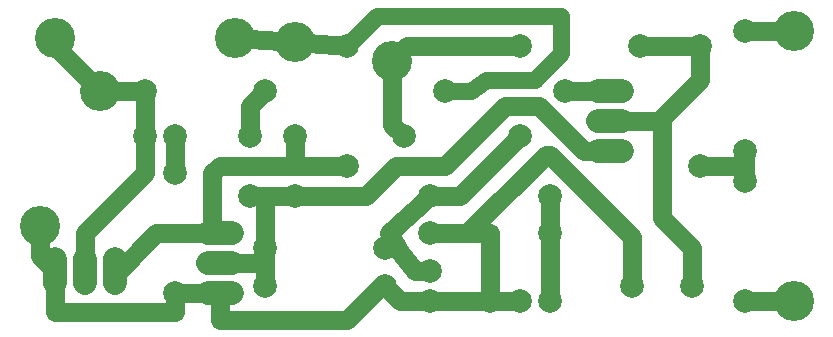
<source format=gbr>
%FSLAX34Y34*%
%MOMM*%
%LNCOPPER_BOTTOM*%
G71*
G01*
%ADD10C, 2.000*%
%ADD11C, 2.000*%
%ADD12C, 3.400*%
%ADD13C, 1.600*%
%ADD14C, 1.400*%
%LPD*%
X139700Y133350D02*
G54D10*
D03*
X139700Y165100D02*
G54D10*
D03*
X203200Y165100D02*
G54D10*
D03*
X215900Y203200D02*
G54D10*
D03*
X114300Y203200D02*
G54D10*
D03*
X114300Y165100D02*
G54D10*
D03*
X139700Y31750D02*
G54D10*
D03*
G54D11*
X167800Y31750D02*
X187800Y31750D01*
G54D11*
X167800Y57150D02*
X187800Y57150D01*
G54D11*
X167800Y82550D02*
X187800Y82550D01*
G54D11*
X88900Y60800D02*
X88900Y40800D01*
G54D11*
X63500Y60800D02*
X63500Y40800D01*
G54D11*
X38100Y60800D02*
X38100Y40800D01*
X215900Y38100D02*
G54D10*
D03*
X215900Y69850D02*
G54D10*
D03*
X317500Y38100D02*
G54D10*
D03*
X317500Y69850D02*
G54D10*
D03*
X355600Y25400D02*
G54D10*
D03*
X355600Y50800D02*
G54D10*
D03*
X355600Y82550D02*
G54D10*
D03*
X355600Y114300D02*
G54D10*
D03*
X406400Y25400D02*
G54D10*
D03*
X431800Y25400D02*
G54D10*
D03*
X431800Y165100D02*
G54D10*
D03*
X457200Y25400D02*
G54D10*
D03*
X457200Y82550D02*
G54D10*
D03*
X457200Y114300D02*
G54D10*
D03*
G54D11*
X498000Y152400D02*
X518000Y152400D01*
G54D11*
X498000Y177800D02*
X518000Y177800D01*
X622300Y25400D02*
G54D10*
D03*
X622300Y127000D02*
G54D10*
D03*
X622300Y152400D02*
G54D10*
D03*
X584200Y139700D02*
G54D10*
D03*
X584200Y241300D02*
G54D10*
D03*
X533400Y241300D02*
G54D10*
D03*
G54D11*
X498000Y203200D02*
X518000Y203200D01*
X469900Y203200D02*
G54D10*
D03*
X622300Y254000D02*
G54D10*
D03*
X431800Y241300D02*
G54D10*
D03*
X333375Y165100D02*
G54D10*
D03*
X368300Y203200D02*
G54D10*
D03*
X285750Y139700D02*
G54D10*
D03*
X285750Y241300D02*
G54D10*
D03*
X241300Y114300D02*
G54D10*
D03*
X241300Y165100D02*
G54D10*
D03*
X241300Y244475D02*
G54D12*
D03*
X190500Y247650D02*
G54D12*
D03*
X203200Y114300D02*
G54D10*
D03*
X577850Y38100D02*
G54D10*
D03*
X527050Y38100D02*
G54D10*
D03*
X663575Y25400D02*
G54D12*
D03*
X663575Y254000D02*
G54D12*
D03*
X323850Y228600D02*
G54D12*
D03*
X76200Y203200D02*
G54D12*
D03*
X38100Y247650D02*
G54D12*
D03*
X25400Y88900D02*
G54D12*
D03*
G54D13*
X88900Y47625D02*
X123825Y82550D01*
X177800Y82550D01*
X171450Y82550D01*
X171450Y133350D01*
X177800Y139700D01*
X285750Y139700D01*
X241300Y139700D01*
X241300Y165100D01*
G54D13*
X203200Y168275D02*
X203200Y190500D01*
X215900Y203200D01*
G54D13*
X215900Y38100D02*
X215900Y69850D01*
X215900Y114300D01*
X203200Y114300D01*
X241300Y114300D01*
X301625Y114300D01*
X327025Y139700D01*
X368300Y139700D01*
X419100Y190500D01*
X447675Y190500D01*
X485775Y152400D01*
X504825Y152400D01*
G54D13*
X177800Y57150D02*
X215900Y57150D01*
G54D13*
X139700Y133350D02*
X139700Y165100D01*
G54D13*
X457200Y25400D02*
X457200Y82550D01*
X457200Y114300D01*
G54D13*
X622300Y127000D02*
X622300Y152400D01*
G54D13*
X584200Y139700D02*
X622300Y139700D01*
G54D13*
X333375Y165100D02*
X323850Y174625D01*
X323850Y228600D01*
X336550Y241300D01*
X431800Y241300D01*
G54D13*
X355600Y50800D02*
X342900Y50800D01*
X330200Y66675D01*
X320675Y82550D01*
X355600Y114300D01*
X381000Y114300D01*
X431800Y165100D01*
G54D13*
X469900Y203200D02*
X508000Y203200D01*
G54D13*
X406400Y25400D02*
X431800Y25400D01*
G54D13*
X76200Y203200D02*
X114300Y203200D01*
G54D13*
X139700Y31750D02*
X177800Y31750D01*
G54D13*
X25400Y88900D02*
X25400Y63500D01*
X38100Y50800D01*
G54D13*
X663575Y25400D02*
X622300Y25400D01*
G54D13*
X663575Y254000D02*
X622300Y254000D01*
G54D13*
X533400Y241300D02*
X584200Y241300D01*
X584200Y212725D01*
X549275Y177800D01*
X508000Y177800D01*
G54D13*
X190500Y247650D02*
X241300Y244475D01*
X285750Y241300D01*
G54D13*
X114300Y168275D02*
X114300Y203200D01*
G54D13*
X114300Y165100D02*
X114300Y133350D01*
X63500Y82550D01*
X63500Y50800D01*
G54D13*
X38100Y247650D02*
X38100Y241300D01*
X76200Y203200D01*
G54D13*
X317500Y38100D02*
X330200Y25400D01*
X355600Y25400D01*
X406400Y25400D01*
X406400Y82550D01*
X355600Y82550D01*
G54D13*
X577850Y38100D02*
X577850Y69850D01*
X552450Y95250D01*
X552450Y177800D01*
G54D13*
X527050Y38100D02*
X527050Y79375D01*
X457200Y149225D01*
X454025Y149225D01*
X387350Y82550D01*
G54D13*
X38100Y50800D02*
X38100Y15875D01*
X139700Y15875D01*
X139700Y31750D01*
G54D13*
X317500Y38100D02*
X314325Y38100D01*
X285750Y9525D01*
X177800Y9525D01*
X177800Y31750D01*
G54D14*
X368300Y203200D02*
X390525Y203200D01*
X403225Y212725D01*
X444500Y212725D01*
X466725Y234950D01*
X466725Y266700D01*
X311150Y266700D01*
X285750Y241300D01*
M02*

</source>
